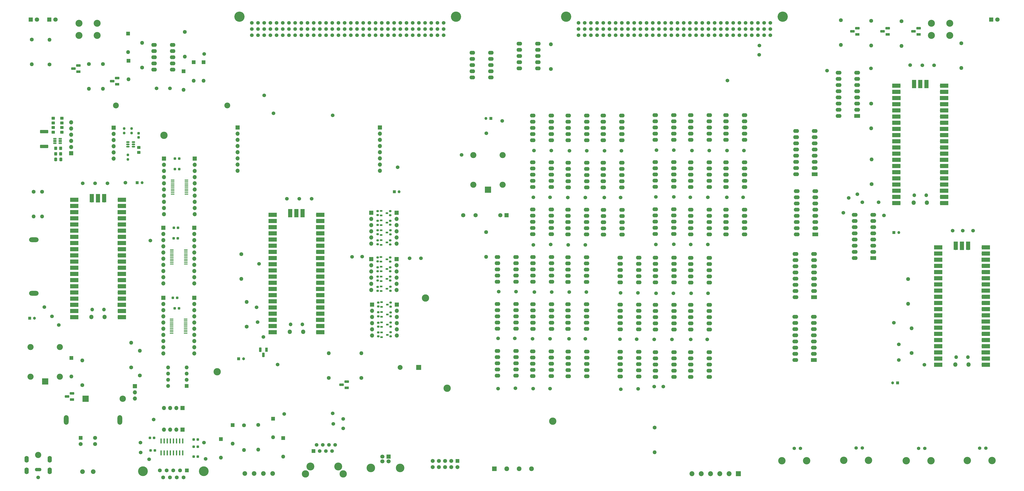
<source format=gts>
%TF.GenerationSoftware,KiCad,Pcbnew,7.0.5*%
%TF.CreationDate,2024-10-26T20:20:05-04:00*%
%TF.ProjectId,Interconnect,496e7465-7263-46f6-9e6e-6563742e6b69,1.1*%
%TF.SameCoordinates,Original*%
%TF.FileFunction,Soldermask,Top*%
%TF.FilePolarity,Negative*%
%FSLAX46Y46*%
G04 Gerber Fmt 4.6, Leading zero omitted, Abs format (unit mm)*
G04 Created by KiCad (PCBNEW 7.0.5) date 2024-10-26 20:20:05*
%MOMM*%
%LPD*%
G01*
G04 APERTURE LIST*
G04 Aperture macros list*
%AMRoundRect*
0 Rectangle with rounded corners*
0 $1 Rounding radius*
0 $2 $3 $4 $5 $6 $7 $8 $9 X,Y pos of 4 corners*
0 Add a 4 corners polygon primitive as box body*
4,1,4,$2,$3,$4,$5,$6,$7,$8,$9,$2,$3,0*
0 Add four circle primitives for the rounded corners*
1,1,$1+$1,$2,$3*
1,1,$1+$1,$4,$5*
1,1,$1+$1,$6,$7*
1,1,$1+$1,$8,$9*
0 Add four rect primitives between the rounded corners*
20,1,$1+$1,$2,$3,$4,$5,0*
20,1,$1+$1,$4,$5,$6,$7,0*
20,1,$1+$1,$6,$7,$8,$9,0*
20,1,$1+$1,$8,$9,$2,$3,0*%
G04 Aperture macros list end*
%ADD10RoundRect,0.200000X0.275000X-0.200000X0.275000X0.200000X-0.275000X0.200000X-0.275000X-0.200000X0*%
%ADD11R,1.650000X1.650000*%
%ADD12C,1.650000*%
%ADD13C,1.500000*%
%ADD14C,2.400000*%
%ADD15O,2.400000X2.400000*%
%ADD16R,1.000000X0.700000*%
%ADD17R,2.400000X1.600000*%
%ADD18O,2.400000X1.600000*%
%ADD19C,1.600000*%
%ADD20O,1.600000X1.600000*%
%ADD21O,2.300000X1.600000*%
%ADD22R,1.700000X1.700000*%
%ADD23O,1.700000X1.700000*%
%ADD24RoundRect,0.250000X-0.337500X-0.475000X0.337500X-0.475000X0.337500X0.475000X-0.337500X0.475000X0*%
%ADD25RoundRect,0.237500X0.237500X-0.250000X0.237500X0.250000X-0.237500X0.250000X-0.237500X-0.250000X0*%
%ADD26RoundRect,0.100000X-0.637500X-0.100000X0.637500X-0.100000X0.637500X0.100000X-0.637500X0.100000X0*%
%ADD27RoundRect,0.250000X0.350000X0.450000X-0.350000X0.450000X-0.350000X-0.450000X0.350000X-0.450000X0*%
%ADD28RoundRect,0.237500X-0.300000X-0.237500X0.300000X-0.237500X0.300000X0.237500X-0.300000X0.237500X0*%
%ADD29R,1.800000X1.100000*%
%ADD30RoundRect,0.275000X0.625000X-0.275000X0.625000X0.275000X-0.625000X0.275000X-0.625000X-0.275000X0*%
%ADD31R,2.025000X2.025000*%
%ADD32C,2.025000*%
%ADD33RoundRect,0.249999X1.425001X-0.450001X1.425001X0.450001X-1.425001X0.450001X-1.425001X-0.450001X0*%
%ADD34R,1.600000X1.600000*%
%ADD35C,3.000000*%
%ADD36R,1.200000X1.200000*%
%ADD37C,1.200000*%
%ADD38C,4.200000*%
%ADD39RoundRect,0.250000X-0.450000X0.350000X-0.450000X-0.350000X0.450000X-0.350000X0.450000X0.350000X0*%
%ADD40C,3.250000*%
%ADD41R,1.500000X1.500000*%
%ADD42RoundRect,0.200000X-0.275000X0.200000X-0.275000X-0.200000X0.275000X-0.200000X0.275000X0.200000X0*%
%ADD43R,2.500000X2.500000*%
%ADD44O,2.500000X2.500000*%
%ADD45C,4.000000*%
%ADD46RoundRect,0.237500X0.300000X0.237500X-0.300000X0.237500X-0.300000X-0.237500X0.300000X-0.237500X0*%
%ADD47O,1.800000X1.800000*%
%ADD48O,1.500000X1.500000*%
%ADD49R,3.500000X1.700000*%
%ADD50R,1.700000X3.500000*%
%ADD51RoundRect,0.150000X0.512500X0.150000X-0.512500X0.150000X-0.512500X-0.150000X0.512500X-0.150000X0*%
%ADD52RoundRect,0.237500X0.237500X-0.300000X0.237500X0.300000X-0.237500X0.300000X-0.237500X-0.300000X0*%
%ADD53RoundRect,0.041300X-0.253700X0.943700X-0.253700X-0.943700X0.253700X-0.943700X0.253700X0.943700X0*%
%ADD54C,1.905000*%
%ADD55C,1.700000*%
%ADD56C,3.500000*%
%ADD57O,3.900000X1.950000*%
%ADD58C,1.398000*%
%ADD59C,3.015000*%
%ADD60R,1.800000X1.800000*%
%ADD61C,1.800000*%
%ADD62R,2.600000X2.600000*%
%ADD63O,2.600000X2.600000*%
%ADD64C,1.900000*%
%ADD65C,2.850000*%
%ADD66C,2.550000*%
%ADD67O,2.700002X1.400000*%
%ADD68O,1.750000X2.750000*%
%ADD69R,1.950000X1.950000*%
%ADD70C,1.950000*%
%ADD71R,1.725000X1.725000*%
%ADD72C,1.725000*%
%ADD73O,1.950000X3.900000*%
%ADD74RoundRect,0.125000X-0.537500X-0.125000X0.537500X-0.125000X0.537500X0.125000X-0.537500X0.125000X0*%
%ADD75R,2.000000X2.000000*%
%ADD76C,2.000000*%
%ADD77R,1.100000X1.800000*%
%ADD78RoundRect,0.275000X0.275000X0.625000X-0.275000X0.625000X-0.275000X-0.625000X0.275000X-0.625000X0*%
G04 APERTURE END LIST*
D10*
%TO.C,R64*%
X146453000Y97295865D03*
X146453000Y98945865D03*
%TD*%
D11*
%TO.C,J26*%
X179240000Y8282500D03*
D12*
X179240000Y5742500D03*
X176700000Y8282500D03*
X176700000Y5742500D03*
X174160000Y8282500D03*
X174160000Y5742500D03*
X171620000Y8282500D03*
X171620000Y5742500D03*
X169080000Y8282500D03*
X169080000Y5742500D03*
%TD*%
D13*
%TO.C,TP41*%
X370929200Y47824000D03*
%TD*%
D14*
%TO.C,R29*%
X38990000Y154360000D03*
D15*
X84710000Y154360000D03*
%TD*%
D16*
%TO.C,Q30*%
X148028278Y65247120D03*
X148028278Y63347120D03*
X150428278Y64297120D03*
%TD*%
D13*
%TO.C,TP28*%
X97153744Y65318121D03*
%TD*%
D17*
%TO.C,U14*%
X343279000Y150071865D03*
D18*
X343279000Y152611865D03*
X343279000Y155151865D03*
X343279000Y157691865D03*
X343279000Y160231865D03*
X343279000Y162771865D03*
X343279000Y165311865D03*
X343279000Y167851865D03*
X335659000Y167851865D03*
X335659000Y165311865D03*
X335659000Y162771865D03*
X335659000Y160231865D03*
X335659000Y157691865D03*
X335659000Y155151865D03*
X335659000Y152611865D03*
X335659000Y150071865D03*
%TD*%
D19*
%TO.C,R35*%
X361552000Y189045865D03*
D20*
X361552000Y178885865D03*
%TD*%
D21*
%TO.C,K25*%
X217788000Y120835105D03*
X217788000Y123375105D03*
X217788000Y125915105D03*
X217788000Y128455105D03*
X217788000Y130995105D03*
X210168000Y130995105D03*
X210168000Y128455105D03*
X210168000Y125915105D03*
X210168000Y123375105D03*
X210168000Y120835105D03*
%TD*%
%TO.C,K38*%
X268103300Y42830105D03*
X268103300Y45370105D03*
X268103300Y47910105D03*
X268103300Y50450105D03*
X268103300Y52990105D03*
X260483300Y52990105D03*
X260483300Y50450105D03*
X260483300Y47910105D03*
X260483300Y45370105D03*
X260483300Y42830105D03*
%TD*%
D22*
%TO.C,J31*%
X38083000Y145230865D03*
D23*
X38083000Y142690865D03*
X38083000Y140150865D03*
X38083000Y137610865D03*
X38083000Y135070865D03*
X38083000Y132530865D03*
%TD*%
D22*
%TO.C,J32*%
X89010000Y145360000D03*
D23*
X89010000Y142820000D03*
X89010000Y140280000D03*
X89010000Y137740000D03*
X89010000Y135200000D03*
X89010000Y132660000D03*
X89010000Y130120000D03*
X89010000Y127580000D03*
%TD*%
D21*
%TO.C,K29*%
X232266000Y101350385D03*
X232266000Y103890385D03*
X232266000Y106430385D03*
X232266000Y108970385D03*
X232266000Y111510385D03*
X224646000Y111510385D03*
X224646000Y108970385D03*
X224646000Y106430385D03*
X224646000Y103890385D03*
X224646000Y101350385D03*
%TD*%
D24*
%TO.C,C15*%
X14294400Y132167715D03*
X16369400Y132167715D03*
%TD*%
D25*
%TO.C,R76*%
X45449000Y143048365D03*
X45449000Y144873365D03*
%TD*%
D26*
%TO.C,U8*%
X62271500Y123771865D03*
X62271500Y123121865D03*
X62271500Y122471865D03*
X62271500Y121821865D03*
X62271500Y121171865D03*
X62271500Y120521865D03*
X62271500Y119871865D03*
X62271500Y119221865D03*
X62271500Y118571865D03*
X62271500Y117921865D03*
X67996500Y117921865D03*
X67996500Y118571865D03*
X67996500Y119221865D03*
X67996500Y119871865D03*
X67996500Y120521865D03*
X67996500Y121171865D03*
X67996500Y121821865D03*
X67996500Y122471865D03*
X67996500Y123121865D03*
X67996500Y123771865D03*
%TD*%
D13*
%TO.C,TP119*%
X260028200Y58185065D03*
%TD*%
D27*
%TO.C,R73*%
X16310400Y134453715D03*
X14310400Y134453715D03*
%TD*%
D19*
%TO.C,R1*%
X365646000Y52650000D03*
D20*
X365646000Y62810000D03*
%TD*%
D13*
%TO.C,TP72*%
X61210000Y161380000D03*
%TD*%
D28*
%TO.C,C13*%
X70940982Y10072000D03*
X72665982Y10072000D03*
%TD*%
D29*
%TO.C,Q1*%
X23620000Y168280000D03*
D30*
X21550000Y169550000D03*
X23620000Y170820000D03*
%TD*%
D31*
%TO.C,J20*%
X294510000Y3000000D03*
D32*
X290700000Y3000000D03*
X286890000Y3000000D03*
X283080000Y3000000D03*
X279270000Y3000000D03*
X275460000Y3000000D03*
%TD*%
D19*
%TO.C,R15*%
X217560000Y169400000D03*
D20*
X217560000Y179560000D03*
%TD*%
D13*
%TO.C,TP116*%
X252789200Y58317545D03*
%TD*%
D33*
%TO.C,R77*%
X9595400Y137545465D03*
X9595400Y143645465D03*
%TD*%
D16*
%TO.C,Q33*%
X147868778Y79979120D03*
X147868778Y78079120D03*
X150268778Y79029120D03*
%TD*%
D19*
%TO.C,R2*%
X27960000Y171390000D03*
D20*
X27960000Y161230000D03*
%TD*%
D13*
%TO.C,TP2*%
X195918600Y58596945D03*
%TD*%
D34*
%TO.C,D23*%
X66785000Y168474000D03*
D20*
X66785000Y160854000D03*
%TD*%
D29*
%TO.C,Q24*%
X355835000Y183584865D03*
D30*
X353765000Y184854865D03*
X355835000Y186124865D03*
%TD*%
D13*
%TO.C,TP39*%
X114283000Y116020865D03*
%TD*%
%TO.C,TP106*%
X239505000Y116503465D03*
%TD*%
%TO.C,TP62*%
X282608800Y135878585D03*
%TD*%
D19*
%TO.C,R16*%
X349040000Y155160000D03*
D20*
X349040000Y145000000D03*
%TD*%
D13*
%TO.C,TP49*%
X382507000Y102942000D03*
%TD*%
D35*
%TO.C,TP86*%
X174963600Y38146600D03*
%TD*%
D13*
%TO.C,TP29*%
X12759200Y67686800D03*
%TD*%
D19*
%TO.C,R8*%
X45270000Y46730000D03*
D20*
X45270000Y56890000D03*
%TD*%
D13*
%TO.C,TP10*%
X210295000Y37968105D03*
%TD*%
D21*
%TO.C,K14*%
X282566300Y120841385D03*
X282566300Y123381385D03*
X282566300Y125921385D03*
X282566300Y128461385D03*
X282566300Y131001385D03*
X274946300Y131001385D03*
X274946300Y128461385D03*
X274946300Y125921385D03*
X274946300Y123381385D03*
X274946300Y120841385D03*
%TD*%
D13*
%TO.C,TP75*%
X180958000Y134054865D03*
%TD*%
D36*
%TO.C,C19*%
X89430401Y50234865D03*
D37*
X91430401Y50234865D03*
%TD*%
D13*
%TO.C,TP57*%
X260637800Y97230345D03*
%TD*%
D19*
%TO.C,R28*%
X67290000Y184650000D03*
D20*
X67290000Y174490000D03*
%TD*%
D13*
%TO.C,TP102*%
X232316800Y135739825D03*
%TD*%
%TO.C,TP34*%
X97743000Y89290865D03*
%TD*%
%TO.C,TP50*%
X365082600Y170988600D03*
%TD*%
D34*
%TO.C,D33*%
X107660000Y17680000D03*
D20*
X107660000Y10060000D03*
%TD*%
D13*
%TO.C,TP32*%
X105390000Y47860000D03*
%TD*%
%TO.C,J2*%
X228887800Y188334665D03*
X231427800Y188334665D03*
X233967800Y188334665D03*
X236507800Y188334665D03*
X239047800Y188334665D03*
X241587800Y188334665D03*
X244127800Y188334665D03*
X246667800Y188334665D03*
X249207800Y188334665D03*
X251747800Y188334665D03*
X254287800Y188334665D03*
X256827800Y188334665D03*
X259367800Y188334665D03*
X261907800Y188334665D03*
X264447800Y188334665D03*
X266987800Y188334665D03*
X269527800Y188334665D03*
X272067800Y188334665D03*
X274607800Y188334665D03*
X277147800Y188334665D03*
X279687800Y188334665D03*
X282227800Y188334665D03*
X284767800Y188334665D03*
X287307800Y188334665D03*
X289847800Y188334665D03*
X292387800Y188334665D03*
X294927800Y188334665D03*
X297467800Y188334665D03*
X300007800Y188334665D03*
X302547800Y188334665D03*
X305087800Y188334665D03*
X307627800Y188334665D03*
X228887800Y185794665D03*
X231427800Y185794665D03*
X233967800Y185794665D03*
X236507800Y185794665D03*
X239047800Y185794665D03*
X241587800Y185794665D03*
X244127800Y185794665D03*
X246667800Y185794665D03*
X249207800Y185794665D03*
X251747800Y185794665D03*
X254287800Y185794665D03*
X256827800Y185794665D03*
X259367800Y185794665D03*
X261907800Y185794665D03*
X264447800Y185794665D03*
X266987800Y185794665D03*
X269527800Y185794665D03*
X272067800Y185794665D03*
X274607800Y185794665D03*
X277147800Y185794665D03*
X279687800Y185794665D03*
X282227800Y185794665D03*
X284767800Y185794665D03*
X287307800Y185794665D03*
X289847800Y185794665D03*
X292387800Y185794665D03*
X294927800Y185794665D03*
X297467800Y185794665D03*
X300007800Y185794665D03*
X302547800Y185794665D03*
X305087800Y185794665D03*
X307627800Y185794665D03*
X228887800Y183254665D03*
X231427800Y183254665D03*
X233967800Y183254665D03*
X236507800Y183254665D03*
X239047800Y183254665D03*
X241587800Y183254665D03*
X244127800Y183254665D03*
X246667800Y183254665D03*
X249207800Y183254665D03*
X251747800Y183254665D03*
X254287800Y183254665D03*
X256827800Y183254665D03*
X259367800Y183254665D03*
X261907800Y183254665D03*
X264447800Y183254665D03*
X266987800Y183254665D03*
X269527800Y183254665D03*
X272067800Y183254665D03*
X274607800Y183254665D03*
X277147800Y183254665D03*
X279687800Y183254665D03*
X282227800Y183254665D03*
X284767800Y183254665D03*
X287307800Y183254665D03*
X289847800Y183254665D03*
X292387800Y183254665D03*
X294927800Y183254665D03*
X297467800Y183254665D03*
X300007800Y183254665D03*
X302547800Y183254665D03*
X305087800Y183254665D03*
X307627800Y183254665D03*
D38*
X223807800Y190874665D03*
X312707800Y190874665D03*
%TD*%
D39*
%TO.C,R82*%
X13278400Y149169715D03*
X13278400Y147169715D03*
%TD*%
D21*
%TO.C,K9*%
X232281000Y43028585D03*
X232281000Y45568585D03*
X232281000Y48108585D03*
X232281000Y50648585D03*
X232281000Y53188585D03*
X224661000Y53188585D03*
X224661000Y50648585D03*
X224661000Y48108585D03*
X224661000Y45568585D03*
X224661000Y43028585D03*
%TD*%
D22*
%TO.C,J12*%
X154308278Y72552120D03*
D23*
X154308278Y70012120D03*
X154308278Y67472120D03*
X154308278Y64932120D03*
X154308278Y62392120D03*
X154308278Y59852120D03*
%TD*%
D13*
%TO.C,TP84*%
X75823482Y9142000D03*
%TD*%
%TO.C,TP40*%
X119363000Y116020865D03*
%TD*%
%TO.C,TP9*%
X210015600Y58464465D03*
%TD*%
D34*
%TO.C,D32*%
X103536000Y25610000D03*
D20*
X103536000Y17990000D03*
%TD*%
D21*
%TO.C,K32*%
X246760600Y101284385D03*
X246760600Y103824385D03*
X246760600Y106364385D03*
X246760600Y108904385D03*
X246760600Y111444385D03*
X239140600Y111444385D03*
X239140600Y108904385D03*
X239140600Y106364385D03*
X239140600Y103824385D03*
X239140600Y101284385D03*
%TD*%
D35*
%TO.C,TP88*%
X58733200Y142083400D03*
%TD*%
D19*
%TO.C,R6*%
X4510000Y181470000D03*
D20*
X4510000Y171310000D03*
%TD*%
D19*
%TO.C,R14*%
X364240000Y83030000D03*
D20*
X364240000Y72870000D03*
%TD*%
D40*
%TO.C,J24*%
X118855000Y5989000D03*
X130285000Y5989000D03*
D41*
X120125000Y12339000D03*
D13*
X121395000Y14879000D03*
X122665000Y12339000D03*
X123935000Y14879000D03*
X125205000Y12339000D03*
X126475000Y14879000D03*
X127745000Y12339000D03*
X129015000Y14879000D03*
D35*
X116800000Y2939000D03*
X132340000Y2939000D03*
%TD*%
D36*
%TO.C,C18*%
X47759000Y122624865D03*
D37*
X49759000Y122624865D03*
%TD*%
D42*
%TO.C,R45*%
X151663000Y91875865D03*
X151663000Y90225865D03*
%TD*%
D16*
%TO.C,Q26*%
X148028278Y73502120D03*
X148028278Y71602120D03*
X150428278Y72552120D03*
%TD*%
D13*
%TO.C,TP19*%
X135960000Y92130000D03*
%TD*%
D10*
%TO.C,R46*%
X146683000Y67695865D03*
X146683000Y69345865D03*
%TD*%
%TO.C,R50*%
X146683000Y63455865D03*
X146683000Y65105865D03*
%TD*%
D36*
%TO.C,C20*%
X153277401Y118920000D03*
D37*
X155277401Y118920000D03*
%TD*%
D16*
%TO.C,Q27*%
X147853000Y92070865D03*
X147853000Y90170865D03*
X150253000Y91120865D03*
%TD*%
D13*
%TO.C,TP93*%
X225204800Y135739825D03*
%TD*%
%TO.C,TP127*%
X303132000Y175202865D03*
%TD*%
D43*
%TO.C,K21*%
X191783000Y119800865D03*
D44*
X197783000Y121800865D03*
X197783000Y134000865D03*
X185783000Y134000865D03*
X185783000Y121800865D03*
%TD*%
D21*
%TO.C,K40*%
X282589600Y62248345D03*
X282589600Y64788345D03*
X282589600Y67328345D03*
X282589600Y69868345D03*
X282589600Y72408345D03*
X274969600Y72408345D03*
X274969600Y69868345D03*
X274969600Y67328345D03*
X274969600Y64788345D03*
X274969600Y62248345D03*
%TD*%
D34*
%TO.C,D31*%
X82073000Y17228000D03*
D20*
X82073000Y9608000D03*
%TD*%
D13*
%TO.C,TP130*%
X354313000Y109162865D03*
%TD*%
D21*
%TO.C,K36*%
X268103300Y81666585D03*
X268103300Y84206585D03*
X268103300Y86746585D03*
X268103300Y89286585D03*
X268103300Y91826585D03*
X260483300Y91826585D03*
X260483300Y89286585D03*
X260483300Y86746585D03*
X260483300Y84206585D03*
X260483300Y81666585D03*
%TD*%
D10*
%TO.C,R48*%
X146453000Y86225865D03*
X146453000Y87875865D03*
%TD*%
D34*
%TO.C,D1*%
X20760200Y50567200D03*
D20*
X20760200Y42947200D03*
%TD*%
D28*
%TO.C,C11*%
X53260982Y12612000D03*
X54985982Y12612000D03*
%TD*%
D39*
%TO.C,R80*%
X48446200Y137112265D03*
X48446200Y135112265D03*
%TD*%
D13*
%TO.C,TP30*%
X96757000Y71443865D03*
%TD*%
%TO.C,J1*%
X94852000Y188334665D03*
X97392000Y188334665D03*
X99932000Y188334665D03*
X102472000Y188334665D03*
X105012000Y188334665D03*
X107552000Y188334665D03*
X110092000Y188334665D03*
X112632000Y188334665D03*
X115172000Y188334665D03*
X117712000Y188334665D03*
X120252000Y188334665D03*
X122792000Y188334665D03*
X125332000Y188334665D03*
X127872000Y188334665D03*
X130412000Y188334665D03*
X132952000Y188334665D03*
X135492000Y188334665D03*
X138032000Y188334665D03*
X140572000Y188334665D03*
X143112000Y188334665D03*
X145652000Y188334665D03*
X148192000Y188334665D03*
X150732000Y188334665D03*
X153272000Y188334665D03*
X155812000Y188334665D03*
X158352000Y188334665D03*
X160892000Y188334665D03*
X163432000Y188334665D03*
X165972000Y188334665D03*
X168512000Y188334665D03*
X171052000Y188334665D03*
X173592000Y188334665D03*
X94852000Y185794665D03*
X97392000Y185794665D03*
X99932000Y185794665D03*
X102472000Y185794665D03*
X105012000Y185794665D03*
X107552000Y185794665D03*
X110092000Y185794665D03*
X112632000Y185794665D03*
X115172000Y185794665D03*
X117712000Y185794665D03*
X120252000Y185794665D03*
X122792000Y185794665D03*
X125332000Y185794665D03*
X127872000Y185794665D03*
X130412000Y185794665D03*
X132952000Y185794665D03*
X135492000Y185794665D03*
X138032000Y185794665D03*
X140572000Y185794665D03*
X143112000Y185794665D03*
X145652000Y185794665D03*
X148192000Y185794665D03*
X150732000Y185794665D03*
X153272000Y185794665D03*
X155812000Y185794665D03*
X158352000Y185794665D03*
X160892000Y185794665D03*
X163432000Y185794665D03*
X165972000Y185794665D03*
X168512000Y185794665D03*
X171052000Y185794665D03*
X173592000Y185794665D03*
X94852000Y183254665D03*
X97392000Y183254665D03*
X99932000Y183254665D03*
X102472000Y183254665D03*
X105012000Y183254665D03*
X107552000Y183254665D03*
X110092000Y183254665D03*
X112632000Y183254665D03*
X115172000Y183254665D03*
X117712000Y183254665D03*
X120252000Y183254665D03*
X122792000Y183254665D03*
X125332000Y183254665D03*
X127872000Y183254665D03*
X130412000Y183254665D03*
X132952000Y183254665D03*
X135492000Y183254665D03*
X138032000Y183254665D03*
X140572000Y183254665D03*
X143112000Y183254665D03*
X145652000Y183254665D03*
X148192000Y183254665D03*
X150732000Y183254665D03*
X153272000Y183254665D03*
X155812000Y183254665D03*
X158352000Y183254665D03*
X160892000Y183254665D03*
X163432000Y183254665D03*
X165972000Y183254665D03*
X168512000Y183254665D03*
X171052000Y183254665D03*
X173592000Y183254665D03*
D38*
X89772000Y190874665D03*
X178672000Y190874665D03*
%TD*%
D13*
%TO.C,TP76*%
X140110000Y92280000D03*
%TD*%
D34*
%TO.C,D19*%
X44179000Y172789865D03*
D20*
X44179000Y165169865D03*
%TD*%
D10*
%TO.C,R44*%
X146453000Y90275865D03*
X146453000Y91925865D03*
%TD*%
D13*
%TO.C,TP25*%
X164260000Y91530000D03*
%TD*%
%TO.C,TP27*%
X15527800Y64156200D03*
%TD*%
D22*
%TO.C,J14*%
X154275778Y91221120D03*
D23*
X154275778Y88681120D03*
X154275778Y86141120D03*
X154275778Y83601120D03*
X154275778Y81061120D03*
X154275778Y78521120D03*
%TD*%
D13*
%TO.C,TP91*%
X210345800Y97091585D03*
%TD*%
%TO.C,TP43*%
X360409000Y49729000D03*
%TD*%
D22*
%TO.C,J6*%
X71149000Y75297365D03*
D23*
X71149000Y72757365D03*
X71149000Y70217365D03*
X71149000Y67677365D03*
X71149000Y65137365D03*
X71149000Y62597365D03*
X71149000Y60057365D03*
X71149000Y57517365D03*
X71149000Y54977365D03*
X71149000Y52437365D03*
%TD*%
D29*
%TO.C,Q22*%
X368535000Y183584865D03*
D30*
X366465000Y184854865D03*
X368535000Y186124865D03*
%TD*%
D21*
%TO.C,K4*%
X217796300Y81915585D03*
X217796300Y84455585D03*
X217796300Y86995585D03*
X217796300Y89535585D03*
X217796300Y92075585D03*
X210176300Y92075585D03*
X210176300Y89535585D03*
X210176300Y86995585D03*
X210176300Y84455585D03*
X210176300Y81915585D03*
%TD*%
D16*
%TO.C,Q31*%
X147868778Y84043120D03*
X147868778Y82143120D03*
X150268778Y83093120D03*
%TD*%
D45*
%TO.C,J28*%
X50091000Y4052331D03*
X75091000Y4052331D03*
D34*
X68131000Y4352331D03*
D19*
X65361000Y4352331D03*
X62591000Y4352331D03*
X59821000Y4352331D03*
X57051000Y4352331D03*
X66746000Y1512331D03*
X63976000Y1512331D03*
X61206000Y1512331D03*
X58436000Y1512331D03*
%TD*%
D13*
%TO.C,TP118*%
X267902200Y77209665D03*
%TD*%
%TO.C,TP58*%
X275496800Y135878585D03*
%TD*%
D28*
%TO.C,C10*%
X70923482Y17082000D03*
X72648482Y17082000D03*
%TD*%
D16*
%TO.C,Q28*%
X148028278Y69438120D03*
X148028278Y67538120D03*
X150428278Y68488120D03*
%TD*%
D19*
%TO.C,R4*%
X260143000Y21930865D03*
D20*
X260143000Y11770865D03*
%TD*%
D19*
%TO.C,R10*%
X92693000Y63442865D03*
D20*
X92693000Y73602865D03*
%TD*%
D46*
%TO.C,C6*%
X64514500Y104078865D03*
X62789500Y104078865D03*
%TD*%
D28*
%TO.C,C3*%
X63174500Y70984365D03*
X64899500Y70984365D03*
%TD*%
D22*
%TO.C,J34*%
X66353000Y30035000D03*
D23*
X63813000Y30035000D03*
X61273000Y30035000D03*
X58733000Y30035000D03*
%TD*%
D19*
%TO.C,R18*%
X386037600Y179954800D03*
D20*
X386037600Y169794800D03*
%TD*%
D21*
%TO.C,K6*%
X217788000Y43145105D03*
X217788000Y45685105D03*
X217788000Y48225105D03*
X217788000Y50765105D03*
X217788000Y53305105D03*
X210168000Y53305105D03*
X210168000Y50765105D03*
X210168000Y48225105D03*
X210168000Y45685105D03*
X210168000Y43145105D03*
%TD*%
D10*
%TO.C,R63*%
X151673000Y101425865D03*
X151673000Y103075865D03*
%TD*%
D13*
%TO.C,TP128*%
X348979000Y169617000D03*
%TD*%
D21*
%TO.C,K7*%
X232266000Y81857865D03*
X232266000Y84397865D03*
X232266000Y86937865D03*
X232266000Y89477865D03*
X232266000Y92017865D03*
X224646000Y92017865D03*
X224646000Y89477865D03*
X224646000Y86937865D03*
X224646000Y84397865D03*
X224646000Y81857865D03*
%TD*%
D13*
%TO.C,TP94*%
X75154000Y15790000D03*
%TD*%
D21*
%TO.C,K20*%
X212264500Y169619865D03*
X212264500Y172159865D03*
X212264500Y174699865D03*
X212264500Y177239865D03*
X212264500Y179779865D03*
X204644500Y179779865D03*
X204644500Y177239865D03*
X204644500Y174699865D03*
X204644500Y172159865D03*
X204644500Y169619865D03*
%TD*%
D46*
%TO.C,C4*%
X64137500Y75302365D03*
X62412500Y75302365D03*
%TD*%
D47*
%TO.C,U2*%
X34402200Y67468865D03*
D48*
X34102200Y70498865D03*
X29252200Y70498865D03*
D47*
X28952200Y67468865D03*
D23*
X40567200Y67338865D03*
D49*
X41467200Y67338865D03*
D23*
X40567200Y69878865D03*
D49*
X41467200Y69878865D03*
D22*
X40567200Y72418865D03*
D49*
X41467200Y72418865D03*
D23*
X40567200Y74958865D03*
D49*
X41467200Y74958865D03*
D23*
X40567200Y77498865D03*
D49*
X41467200Y77498865D03*
D23*
X40567200Y80038865D03*
D49*
X41467200Y80038865D03*
D23*
X40567200Y82578865D03*
D49*
X41467200Y82578865D03*
D22*
X40567200Y85118865D03*
D49*
X41467200Y85118865D03*
D23*
X40567200Y87658865D03*
D49*
X41467200Y87658865D03*
D23*
X40567200Y90198865D03*
D49*
X41467200Y90198865D03*
D23*
X40567200Y92738865D03*
D49*
X41467200Y92738865D03*
D23*
X40567200Y95278865D03*
D49*
X41467200Y95278865D03*
D22*
X40567200Y97818865D03*
D49*
X41467200Y97818865D03*
D23*
X40567200Y100358865D03*
D49*
X41467200Y100358865D03*
D23*
X40567200Y102898865D03*
D49*
X41467200Y102898865D03*
D23*
X40567200Y105438865D03*
D49*
X41467200Y105438865D03*
D23*
X40567200Y107978865D03*
D49*
X41467200Y107978865D03*
D22*
X40567200Y110518865D03*
D49*
X41467200Y110518865D03*
D23*
X40567200Y113058865D03*
D49*
X41467200Y113058865D03*
D23*
X40567200Y115598865D03*
D49*
X41467200Y115598865D03*
D23*
X22787200Y115598865D03*
D49*
X21887200Y115598865D03*
D23*
X22787200Y113058865D03*
D49*
X21887200Y113058865D03*
D22*
X22787200Y110518865D03*
D49*
X21887200Y110518865D03*
D23*
X22787200Y107978865D03*
D49*
X21887200Y107978865D03*
D23*
X22787200Y105438865D03*
D49*
X21887200Y105438865D03*
D23*
X22787200Y102898865D03*
D49*
X21887200Y102898865D03*
D23*
X22787200Y100358865D03*
D49*
X21887200Y100358865D03*
D22*
X22787200Y97818865D03*
D49*
X21887200Y97818865D03*
D23*
X22787200Y95278865D03*
D49*
X21887200Y95278865D03*
D23*
X22787200Y92738865D03*
D49*
X21887200Y92738865D03*
D23*
X22787200Y90198865D03*
D49*
X21887200Y90198865D03*
D23*
X22787200Y87658865D03*
D49*
X21887200Y87658865D03*
D22*
X22787200Y85118865D03*
D49*
X21887200Y85118865D03*
D23*
X22787200Y82578865D03*
D49*
X21887200Y82578865D03*
D23*
X22787200Y80038865D03*
D49*
X21887200Y80038865D03*
D23*
X22787200Y77498865D03*
D49*
X21887200Y77498865D03*
D23*
X22787200Y74958865D03*
D49*
X21887200Y74958865D03*
D22*
X22787200Y72418865D03*
D49*
X21887200Y72418865D03*
D23*
X22787200Y69878865D03*
D49*
X21887200Y69878865D03*
D23*
X22787200Y67338865D03*
D49*
X21887200Y67338865D03*
D23*
X34217200Y115368865D03*
D50*
X34217200Y116268865D03*
D22*
X31677200Y115368865D03*
D50*
X31677200Y116268865D03*
D23*
X29137200Y115368865D03*
D50*
X29137200Y116268865D03*
%TD*%
D19*
%TO.C,R31*%
X336660000Y189426865D03*
D20*
X336660000Y179266865D03*
%TD*%
D13*
%TO.C,TP13*%
X217254600Y58464465D03*
%TD*%
D51*
%TO.C,U11*%
X46200000Y137422865D03*
X46200000Y138372865D03*
X46200000Y139322865D03*
X43925000Y139322865D03*
X43925000Y138372865D03*
X43925000Y137422865D03*
%TD*%
D21*
%TO.C,K28*%
X232274300Y120702625D03*
X232274300Y123242625D03*
X232274300Y125782625D03*
X232274300Y128322625D03*
X232274300Y130862625D03*
X224654300Y130862625D03*
X224654300Y128322625D03*
X224654300Y125782625D03*
X224654300Y123242625D03*
X224654300Y120702625D03*
%TD*%
%TO.C,K2*%
X203310000Y62629825D03*
X203310000Y65169825D03*
X203310000Y67709825D03*
X203310000Y70249825D03*
X203310000Y72789825D03*
X195690000Y72789825D03*
X195690000Y70249825D03*
X195690000Y67709825D03*
X195690000Y65169825D03*
X195690000Y62629825D03*
%TD*%
D34*
%TO.C,D20*%
X44020000Y183950000D03*
D20*
X44020000Y176330000D03*
%TD*%
D13*
%TO.C,TP3*%
X195944000Y37973585D03*
%TD*%
D52*
%TO.C,C14*%
X48344600Y141269565D03*
X48344600Y142994565D03*
%TD*%
D10*
%TO.C,R55*%
X151763000Y59500865D03*
X151763000Y61150865D03*
%TD*%
D13*
%TO.C,TP131*%
X337676000Y110305865D03*
%TD*%
D22*
%TO.C,J15*%
X143856022Y110242865D03*
D23*
X143856022Y107702865D03*
X143856022Y105162865D03*
X143856022Y102622865D03*
X143856022Y100082865D03*
X143856022Y97542865D03*
%TD*%
D13*
%TO.C,TP99*%
X217457800Y97218585D03*
%TD*%
D19*
%TO.C,R7*%
X25250000Y39420000D03*
D20*
X25250000Y49580000D03*
%TD*%
D13*
%TO.C,TP48*%
X339835000Y116401865D03*
%TD*%
%TO.C,TP15*%
X232113600Y77692265D03*
%TD*%
%TO.C,TP80*%
X132336480Y25533020D03*
%TD*%
%TO.C,TP98*%
X49139000Y11718331D03*
%TD*%
D21*
%TO.C,K16*%
X297052600Y140259625D03*
X297052600Y142799625D03*
X297052600Y145339625D03*
X297052600Y147879625D03*
X297052600Y150419625D03*
X289432600Y150419625D03*
X289432600Y147879625D03*
X289432600Y145339625D03*
X289432600Y142799625D03*
X289432600Y140259625D03*
%TD*%
D13*
%TO.C,TP60*%
X268080000Y116774705D03*
%TD*%
D21*
%TO.C,K5*%
X217796300Y62497345D03*
X217796300Y65037345D03*
X217796300Y67577345D03*
X217796300Y70117345D03*
X217796300Y72657345D03*
X210176300Y72657345D03*
X210176300Y70117345D03*
X210176300Y67577345D03*
X210176300Y65037345D03*
X210176300Y62497345D03*
%TD*%
D19*
%TO.C,R5*%
X33700000Y171390000D03*
D20*
X33700000Y161230000D03*
%TD*%
D29*
%TO.C,Q19*%
X343410000Y183584865D03*
D30*
X341340000Y184854865D03*
X343410000Y186124865D03*
%TD*%
D19*
%TO.C,R3*%
X126400000Y42400000D03*
D20*
X126400000Y52560000D03*
%TD*%
D21*
%TO.C,K12*%
X268080000Y101555625D03*
X268080000Y104095625D03*
X268080000Y106635625D03*
X268080000Y109175625D03*
X268080000Y111715625D03*
X260460000Y111715625D03*
X260460000Y109175625D03*
X260460000Y106635625D03*
X260460000Y104095625D03*
X260460000Y101555625D03*
%TD*%
%TO.C,K22*%
X192960500Y165936865D03*
X192960500Y168476865D03*
X192960500Y171016865D03*
X192960500Y173556865D03*
X192960500Y176096865D03*
X185340500Y176096865D03*
X185340500Y173556865D03*
X185340500Y171016865D03*
X185340500Y168476865D03*
X185340500Y165936865D03*
%TD*%
D13*
%TO.C,TP37*%
X109203000Y116020865D03*
%TD*%
D42*
%TO.C,R49*%
X151663000Y87865865D03*
X151663000Y86215865D03*
%TD*%
D13*
%TO.C,TP104*%
X224696800Y97086105D03*
%TD*%
D53*
%TO.C,U9*%
X66480000Y16479331D03*
X65210000Y16479331D03*
X63940000Y16479331D03*
X62670000Y16479331D03*
X61400000Y16479331D03*
X60130000Y16479331D03*
X58860000Y16479331D03*
X57590000Y16479331D03*
X57590000Y11529331D03*
X58860000Y11529331D03*
X60130000Y11529331D03*
X61400000Y11529331D03*
X62670000Y11529331D03*
X63940000Y11529331D03*
X65210000Y11529331D03*
X66480000Y11529331D03*
%TD*%
D36*
%TO.C,C17*%
X192910000Y149030000D03*
D37*
X190910000Y149030000D03*
%TD*%
D13*
%TO.C,TP5*%
X203284600Y77824745D03*
%TD*%
%TO.C,TP65*%
X289847800Y135883665D03*
%TD*%
D21*
%TO.C,K3*%
X203310000Y43302105D03*
X203310000Y45842105D03*
X203310000Y48382105D03*
X203310000Y50922105D03*
X203310000Y53462105D03*
X195690000Y53462105D03*
X195690000Y50922105D03*
X195690000Y48382105D03*
X195690000Y45842105D03*
X195690000Y43302105D03*
%TD*%
D13*
%TO.C,TP18*%
X127999000Y150310865D03*
%TD*%
%TO.C,TP92*%
X49060000Y15780000D03*
%TD*%
%TO.C,TP100*%
X154690000Y129010000D03*
%TD*%
%TO.C,TP123*%
X267267200Y58185065D03*
%TD*%
D17*
%TO.C,U15*%
X349883000Y91651865D03*
D18*
X349883000Y94191865D03*
X349883000Y96731865D03*
X349883000Y99271865D03*
X349883000Y101811865D03*
X349883000Y104351865D03*
X349883000Y106891865D03*
X349883000Y109431865D03*
X342263000Y109431865D03*
X342263000Y106891865D03*
X342263000Y104351865D03*
X342263000Y101811865D03*
X342263000Y99271865D03*
X342263000Y96731865D03*
X342263000Y94191865D03*
X342263000Y91651865D03*
%TD*%
D13*
%TO.C,TP129*%
X330945000Y168725865D03*
%TD*%
%TO.C,TP83*%
X75294000Y175586000D03*
%TD*%
D22*
%TO.C,J9*%
X58784000Y132530865D03*
D23*
X58784000Y129990865D03*
X58784000Y127450865D03*
X58784000Y124910865D03*
X58784000Y122370865D03*
X58784000Y119830865D03*
X58784000Y117290865D03*
X58784000Y114750865D03*
X58784000Y112210865D03*
X58784000Y109670865D03*
%TD*%
D54*
%TO.C,J23*%
X91897000Y3047000D03*
X95707000Y3047000D03*
X99517000Y3047000D03*
X103327000Y3047000D03*
%TD*%
D21*
%TO.C,K19*%
X62277500Y169111865D03*
X62277500Y171651865D03*
X62277500Y174191865D03*
X62277500Y176731865D03*
X62277500Y179271865D03*
X54657500Y179271865D03*
X54657500Y176731865D03*
X54657500Y174191865D03*
X54657500Y171651865D03*
X54657500Y169111865D03*
%TD*%
D13*
%TO.C,TP96*%
X217280000Y116635945D03*
%TD*%
D19*
%TO.C,R11*%
X90460000Y93287865D03*
D20*
X90460000Y83127865D03*
%TD*%
D21*
%TO.C,K1*%
X203310000Y81915585D03*
X203310000Y84455585D03*
X203310000Y86995585D03*
X203310000Y89535585D03*
X203310000Y92075585D03*
X195690000Y92075585D03*
X195690000Y89535585D03*
X195690000Y86995585D03*
X195690000Y84455585D03*
X195690000Y81915585D03*
%TD*%
D19*
%TO.C,R69*%
X11794000Y171265865D03*
D20*
X11794000Y181425865D03*
%TD*%
D26*
%TO.C,U6*%
X61878020Y66607246D03*
X61878020Y65957246D03*
X61878020Y65307246D03*
X61878020Y64657246D03*
X61878020Y64007246D03*
X61878020Y63357246D03*
X61878020Y62707246D03*
X61878020Y62057246D03*
X61878020Y61407246D03*
X61878020Y60757246D03*
X67603020Y60757246D03*
X67603020Y61407246D03*
X67603020Y62057246D03*
X67603020Y62707246D03*
X67603020Y63357246D03*
X67603020Y64007246D03*
X67603020Y64657246D03*
X67603020Y65307246D03*
X67603020Y65957246D03*
X67603020Y66607246D03*
%TD*%
D13*
%TO.C,TP26*%
X99551000Y59251865D03*
%TD*%
D21*
%TO.C,K39*%
X282573000Y81608865D03*
X282573000Y84148865D03*
X282573000Y86688865D03*
X282573000Y89228865D03*
X282573000Y91768865D03*
X274953000Y91768865D03*
X274953000Y89228865D03*
X274953000Y86688865D03*
X274953000Y84148865D03*
X274953000Y81608865D03*
%TD*%
D22*
%TO.C,J33*%
X147430000Y145360000D03*
D23*
X147430000Y142820000D03*
X147430000Y140280000D03*
X147430000Y137740000D03*
X147430000Y135200000D03*
X147430000Y132660000D03*
X147430000Y130120000D03*
X147430000Y127580000D03*
%TD*%
D13*
%TO.C,TP78*%
X132336480Y21596020D03*
%TD*%
D22*
%TO.C,J25*%
X150940000Y10047500D03*
D55*
X148440000Y10047500D03*
X148440000Y8047500D03*
X150940000Y8047500D03*
D56*
X155710000Y5337500D03*
X143670000Y5337500D03*
%TD*%
D13*
%TO.C,TP66*%
X289797000Y116642225D03*
%TD*%
D21*
%TO.C,K37*%
X268103300Y62248345D03*
X268103300Y64788345D03*
X268103300Y67328345D03*
X268103300Y69868345D03*
X268103300Y72408345D03*
X260483300Y72408345D03*
X260483300Y69868345D03*
X260483300Y67328345D03*
X260483300Y64788345D03*
X260483300Y62248345D03*
%TD*%
D57*
%TO.C,F2*%
X5291600Y77157400D03*
X5291600Y99157400D03*
%TD*%
D21*
%TO.C,K35*%
X253617000Y43000865D03*
X253617000Y45540865D03*
X253617000Y48080865D03*
X253617000Y50620865D03*
X253617000Y53160865D03*
X245997000Y53160865D03*
X245997000Y50620865D03*
X245997000Y48080865D03*
X245997000Y45540865D03*
X245997000Y43000865D03*
%TD*%
D28*
%TO.C,C5*%
X62689000Y99760865D03*
X64414000Y99760865D03*
%TD*%
D25*
%TO.C,R83*%
X43925000Y132229865D03*
X43925000Y134054865D03*
%TD*%
D13*
%TO.C,TP122*%
X275014200Y58185065D03*
%TD*%
D21*
%TO.C,K30*%
X246744000Y140063145D03*
X246744000Y142603145D03*
X246744000Y145143145D03*
X246744000Y147683145D03*
X246744000Y150223145D03*
X239124000Y150223145D03*
X239124000Y147683145D03*
X239124000Y145143145D03*
X239124000Y142603145D03*
X239124000Y140063145D03*
%TD*%
%TO.C,K24*%
X217788000Y140120865D03*
X217788000Y142660865D03*
X217788000Y145200865D03*
X217788000Y147740865D03*
X217788000Y150280865D03*
X210168000Y150280865D03*
X210168000Y147740865D03*
X210168000Y145200865D03*
X210168000Y142660865D03*
X210168000Y140120865D03*
%TD*%
D13*
%TO.C,TP89*%
X210599800Y135872305D03*
%TD*%
%TO.C,TP6*%
X202776600Y58596945D03*
%TD*%
D58*
%TO.C,J19*%
X368540000Y13450000D03*
X371080000Y13450000D03*
D59*
X363460000Y8370000D03*
X373620000Y8370000D03*
%TD*%
D22*
%TO.C,J10*%
X71359000Y132530865D03*
D23*
X71359000Y129990865D03*
X71359000Y127450865D03*
X71359000Y124910865D03*
X71359000Y122370865D03*
X71359000Y119830865D03*
X71359000Y117290865D03*
X71359000Y114750865D03*
X71359000Y112210865D03*
X71359000Y109670865D03*
%TD*%
D25*
%TO.C,R75*%
X42401000Y143048365D03*
X42401000Y144873365D03*
%TD*%
D21*
%TO.C,K34*%
X253617000Y62380825D03*
X253617000Y64920825D03*
X253617000Y67460825D03*
X253617000Y70000825D03*
X253617000Y72540825D03*
X245997000Y72540825D03*
X245997000Y70000825D03*
X245997000Y67460825D03*
X245997000Y64920825D03*
X245997000Y62380825D03*
%TD*%
D13*
%TO.C,TP46*%
X343391000Y117928000D03*
%TD*%
D21*
%TO.C,K31*%
X246744000Y120714385D03*
X246744000Y123254385D03*
X246744000Y125794385D03*
X246744000Y128334385D03*
X246744000Y130874385D03*
X239124000Y130874385D03*
X239124000Y128334385D03*
X239124000Y125794385D03*
X239124000Y123254385D03*
X239124000Y120714385D03*
%TD*%
D13*
%TO.C,TP74*%
X191118000Y142944865D03*
%TD*%
%TO.C,TP7*%
X203056000Y38100585D03*
%TD*%
D60*
%TO.C,D37*%
X398383000Y189680865D03*
D61*
X400923000Y189680865D03*
%TD*%
D13*
%TO.C,TP55*%
X260891800Y136011065D03*
%TD*%
D27*
%TO.C,R74*%
X16310400Y136739715D03*
X14310400Y136739715D03*
%TD*%
D22*
%TO.C,J5*%
X58449000Y75297365D03*
D23*
X58449000Y72757365D03*
X58449000Y70217365D03*
X58449000Y67677365D03*
X58449000Y65137365D03*
X58449000Y62597365D03*
X58449000Y60057365D03*
X58449000Y57517365D03*
X58449000Y54977365D03*
X58449000Y52437365D03*
%TD*%
D13*
%TO.C,TP4*%
X210777600Y77692265D03*
%TD*%
D21*
%TO.C,K11*%
X268080000Y120973865D03*
X268080000Y123513865D03*
X268080000Y126053865D03*
X268080000Y128593865D03*
X268080000Y131133865D03*
X260460000Y131133865D03*
X260460000Y128593865D03*
X260460000Y126053865D03*
X260460000Y123513865D03*
X260460000Y120973865D03*
%TD*%
D36*
%TO.C,C16*%
X3588400Y66924800D03*
D37*
X5588400Y66924800D03*
%TD*%
D13*
%TO.C,TP35*%
X25383000Y122370865D03*
%TD*%
%TO.C,TP111*%
X246185200Y77342145D03*
%TD*%
D60*
%TO.C,D35*%
X4042000Y189680865D03*
D61*
X6582000Y189680865D03*
%TD*%
D29*
%TO.C,Q5*%
X21007800Y33473000D03*
D30*
X18937800Y34743000D03*
X21007800Y36013000D03*
%TD*%
D62*
%TO.C,D34*%
X26560000Y33800000D03*
D63*
X41800000Y33800000D03*
%TD*%
D10*
%TO.C,R62*%
X146443000Y101435865D03*
X146443000Y103085865D03*
%TD*%
D13*
%TO.C,TP68*%
X281973800Y97224865D03*
%TD*%
D58*
%TO.C,J18*%
X342880000Y13600000D03*
X345420000Y13600000D03*
D59*
X337800000Y8520000D03*
X347960000Y8520000D03*
%TD*%
D10*
%TO.C,R58*%
X146473000Y109335865D03*
X146473000Y110985865D03*
%TD*%
D19*
%TO.C,R67*%
X97440000Y23070000D03*
D20*
X97440000Y12910000D03*
%TD*%
D16*
%TO.C,Q35*%
X147863022Y107128865D03*
X147863022Y105228865D03*
X150263022Y106178865D03*
%TD*%
D13*
%TO.C,TP126*%
X281745200Y58185065D03*
%TD*%
D19*
%TO.C,R9*%
X48810000Y43360000D03*
D20*
X48810000Y53520000D03*
%TD*%
D10*
%TO.C,R52*%
X146443000Y82405865D03*
X146443000Y84055865D03*
%TD*%
D13*
%TO.C,TP56*%
X260714000Y116774705D03*
%TD*%
D10*
%TO.C,R54*%
X146683000Y59455865D03*
X146683000Y61105865D03*
%TD*%
D19*
%TO.C,R66*%
X91598000Y22943000D03*
D20*
X91598000Y12783000D03*
%TD*%
D13*
%TO.C,TP70*%
X296528000Y116642225D03*
%TD*%
D60*
%TO.C,D36*%
X11662000Y189680865D03*
D61*
X14202000Y189680865D03*
%TD*%
D64*
%TO.C,S1*%
X29730000Y3820000D03*
X25330000Y3820000D03*
D11*
X24580000Y17720000D03*
D12*
X24580000Y15220000D03*
X30480000Y17720000D03*
X30480000Y15220000D03*
%TD*%
D58*
%TO.C,J21*%
X317450000Y13460000D03*
X319990000Y13460000D03*
D59*
X312370000Y8380000D03*
X322530000Y8380000D03*
%TD*%
D13*
%TO.C,TP59*%
X268003800Y136011065D03*
%TD*%
%TO.C,TP31*%
X42909000Y122624865D03*
%TD*%
%TO.C,TP114*%
X260790200Y77209665D03*
%TD*%
%TO.C,TP38*%
X35543000Y122370865D03*
%TD*%
D65*
%TO.C,J4*%
X31352000Y188180000D03*
X23862000Y188180000D03*
X23862000Y183180000D03*
X31352000Y183180000D03*
%TD*%
D13*
%TO.C,TP44*%
X345423000Y114626000D03*
%TD*%
D36*
%TO.C,C1*%
X358377000Y102180000D03*
D37*
X360377000Y102180000D03*
%TD*%
D10*
%TO.C,R56*%
X146453000Y78185865D03*
X146453000Y79835865D03*
%TD*%
D21*
%TO.C,K13*%
X282566300Y140259625D03*
X282566300Y142799625D03*
X282566300Y145339625D03*
X282566300Y147879625D03*
X282566300Y150419625D03*
X274946300Y150419625D03*
X274946300Y147879625D03*
X274946300Y145339625D03*
X274946300Y142799625D03*
X274946300Y140259625D03*
%TD*%
D13*
%TO.C,TP108*%
X231681800Y97086105D03*
%TD*%
D10*
%TO.C,R65*%
X151663000Y97245865D03*
X151663000Y98895865D03*
%TD*%
D22*
%TO.C,J7*%
X58471500Y104073865D03*
D23*
X58471500Y101533865D03*
X58471500Y98993865D03*
X58471500Y96453865D03*
X58471500Y93913865D03*
X58471500Y91373865D03*
X58471500Y88833865D03*
X58471500Y86293865D03*
X58471500Y83753865D03*
X58471500Y81213865D03*
%TD*%
D35*
%TO.C,TP101*%
X166073600Y75256000D03*
%TD*%
D13*
%TO.C,J27*%
X7070000Y1450000D03*
D66*
X7070000Y10700000D03*
D67*
X7070000Y4700000D03*
D68*
X2320000Y4200000D03*
X11820000Y4200000D03*
X2320000Y8900000D03*
X11820000Y8900000D03*
%TD*%
D13*
%TO.C,TP33*%
X9660400Y71471400D03*
%TD*%
D28*
%TO.C,C12*%
X70940982Y14062000D03*
X72665982Y14062000D03*
%TD*%
D19*
%TO.C,R27*%
X49767000Y169995865D03*
D20*
X49767000Y180155865D03*
%TD*%
D43*
%TO.C,K42*%
X9990600Y40915200D03*
D44*
X15990600Y42915200D03*
X15990600Y55115200D03*
X3990600Y55115200D03*
X3990600Y42915200D03*
%TD*%
D47*
%TO.C,U4*%
X371947400Y114426600D03*
D48*
X371647400Y117456600D03*
X366797400Y117456600D03*
D47*
X366497400Y114426600D03*
D23*
X378112400Y114296600D03*
D49*
X379012400Y114296600D03*
D23*
X378112400Y116836600D03*
D49*
X379012400Y116836600D03*
D22*
X378112400Y119376600D03*
D49*
X379012400Y119376600D03*
D23*
X378112400Y121916600D03*
D49*
X379012400Y121916600D03*
D23*
X378112400Y124456600D03*
D49*
X379012400Y124456600D03*
D23*
X378112400Y126996600D03*
D49*
X379012400Y126996600D03*
D23*
X378112400Y129536600D03*
D49*
X379012400Y129536600D03*
D22*
X378112400Y132076600D03*
D49*
X379012400Y132076600D03*
D23*
X378112400Y134616600D03*
D49*
X379012400Y134616600D03*
D23*
X378112400Y137156600D03*
D49*
X379012400Y137156600D03*
D23*
X378112400Y139696600D03*
D49*
X379012400Y139696600D03*
D23*
X378112400Y142236600D03*
D49*
X379012400Y142236600D03*
D22*
X378112400Y144776600D03*
D49*
X379012400Y144776600D03*
D23*
X378112400Y147316600D03*
D49*
X379012400Y147316600D03*
D23*
X378112400Y149856600D03*
D49*
X379012400Y149856600D03*
D23*
X378112400Y152396600D03*
D49*
X379012400Y152396600D03*
D23*
X378112400Y154936600D03*
D49*
X379012400Y154936600D03*
D22*
X378112400Y157476600D03*
D49*
X379012400Y157476600D03*
D23*
X378112400Y160016600D03*
D49*
X379012400Y160016600D03*
D23*
X378112400Y162556600D03*
D49*
X379012400Y162556600D03*
D23*
X360332400Y162556600D03*
D49*
X359432400Y162556600D03*
D23*
X360332400Y160016600D03*
D49*
X359432400Y160016600D03*
D22*
X360332400Y157476600D03*
D49*
X359432400Y157476600D03*
D23*
X360332400Y154936600D03*
D49*
X359432400Y154936600D03*
D23*
X360332400Y152396600D03*
D49*
X359432400Y152396600D03*
D23*
X360332400Y149856600D03*
D49*
X359432400Y149856600D03*
D23*
X360332400Y147316600D03*
D49*
X359432400Y147316600D03*
D22*
X360332400Y144776600D03*
D49*
X359432400Y144776600D03*
D23*
X360332400Y142236600D03*
D49*
X359432400Y142236600D03*
D23*
X360332400Y139696600D03*
D49*
X359432400Y139696600D03*
D23*
X360332400Y137156600D03*
D49*
X359432400Y137156600D03*
D23*
X360332400Y134616600D03*
D49*
X359432400Y134616600D03*
D22*
X360332400Y132076600D03*
D49*
X359432400Y132076600D03*
D23*
X360332400Y129536600D03*
D49*
X359432400Y129536600D03*
D23*
X360332400Y126996600D03*
D49*
X359432400Y126996600D03*
D23*
X360332400Y124456600D03*
D49*
X359432400Y124456600D03*
D23*
X360332400Y121916600D03*
D49*
X359432400Y121916600D03*
D22*
X360332400Y119376600D03*
D49*
X359432400Y119376600D03*
D23*
X360332400Y116836600D03*
D49*
X359432400Y116836600D03*
D23*
X360332400Y114296600D03*
D49*
X359432400Y114296600D03*
D23*
X371762400Y162326600D03*
D50*
X371762400Y163226600D03*
D22*
X369222400Y162326600D03*
D50*
X369222400Y163226600D03*
D23*
X366682400Y162326600D03*
D50*
X366682400Y163226600D03*
%TD*%
D13*
%TO.C,TP103*%
X224519000Y116503465D03*
%TD*%
%TO.C,TP17*%
X99870000Y158550000D03*
%TD*%
%TO.C,TP110*%
X246236000Y116503465D03*
%TD*%
%TO.C,TP85*%
X52663482Y8952000D03*
%TD*%
%TO.C,TP77*%
X159578278Y91539120D03*
%TD*%
%TO.C,TP54*%
X374861600Y170861600D03*
%TD*%
%TO.C,TP1*%
X196172600Y77824745D03*
%TD*%
D16*
%TO.C,Q32*%
X148028278Y61056120D03*
X148028278Y59156120D03*
X150428278Y60106120D03*
%TD*%
D19*
%TO.C,R12*%
X8669800Y118893200D03*
D20*
X8669800Y108733200D03*
%TD*%
D13*
%TO.C,TP53*%
X390889000Y102942000D03*
%TD*%
%TO.C,TP11*%
X225128600Y77697345D03*
%TD*%
%TO.C,TP20*%
X303180000Y178990000D03*
%TD*%
D22*
%TO.C,J13*%
X143861778Y91221120D03*
D23*
X143861778Y88681120D03*
X143861778Y86141120D03*
X143861778Y83601120D03*
X143861778Y81061120D03*
X143861778Y78521120D03*
%TD*%
D34*
%TO.C,U12*%
X68045000Y39068865D03*
D20*
X68045000Y41608865D03*
X68045000Y44148865D03*
X68045000Y46688865D03*
X60425000Y46688865D03*
X60425000Y44148865D03*
X60425000Y41608865D03*
X60425000Y39068865D03*
%TD*%
D69*
%TO.C,J17*%
X194340000Y5060000D03*
D70*
X199420000Y5060000D03*
X204500000Y5060000D03*
X209580000Y5060000D03*
%TD*%
D28*
%TO.C,C7*%
X63255500Y128212865D03*
X64980500Y128212865D03*
%TD*%
D13*
%TO.C,TP79*%
X108070000Y27560000D03*
%TD*%
D71*
%TO.C,K23*%
X199373000Y109289865D03*
D72*
X196833000Y109289865D03*
X186673000Y109289865D03*
X181593000Y109289865D03*
%TD*%
D21*
%TO.C,K33*%
X253617000Y81666585D03*
X253617000Y84206585D03*
X253617000Y86746585D03*
X253617000Y89286585D03*
X253617000Y91826585D03*
X245997000Y91826585D03*
X245997000Y89286585D03*
X245997000Y86746585D03*
X245997000Y84206585D03*
X245997000Y81666585D03*
%TD*%
D13*
%TO.C,TP36*%
X30463000Y122370865D03*
%TD*%
%TO.C,TP82*%
X127960480Y27842020D03*
%TD*%
D22*
%TO.C,J16*%
X154270022Y110242865D03*
D23*
X154270022Y107702865D03*
X154270022Y105162865D03*
X154270022Y102622865D03*
X154270022Y100082865D03*
X154270022Y97542865D03*
%TD*%
D35*
%TO.C,TP87*%
X80577200Y44903000D03*
%TD*%
D13*
%TO.C,TP14*%
X217280000Y37968105D03*
%TD*%
D21*
%TO.C,K27*%
X232274300Y140120865D03*
X232274300Y142660865D03*
X232274300Y145200865D03*
X232274300Y147740865D03*
X232274300Y150280865D03*
X224654300Y150280865D03*
X224654300Y147740865D03*
X224654300Y145200865D03*
X224654300Y142660865D03*
X224654300Y140120865D03*
%TD*%
D22*
%TO.C,J8*%
X71171500Y104078865D03*
D23*
X71171500Y101538865D03*
X71171500Y98998865D03*
X71171500Y96458865D03*
X71171500Y93918865D03*
X71171500Y91378865D03*
X71171500Y88838865D03*
X71171500Y86298865D03*
X71171500Y83758865D03*
X71171500Y81218865D03*
%TD*%
D42*
%TO.C,R61*%
X151653000Y106975865D03*
X151653000Y105325865D03*
%TD*%
D19*
%TO.C,R13*%
X5266200Y118893200D03*
D20*
X5266200Y108733200D03*
%TD*%
D13*
%TO.C,TP21*%
X53150000Y98830000D03*
%TD*%
D47*
%TO.C,U3*%
X389067000Y47904000D03*
D48*
X388767000Y50934000D03*
X383917000Y50934000D03*
D47*
X383617000Y47904000D03*
D23*
X395232000Y47774000D03*
D49*
X396132000Y47774000D03*
D23*
X395232000Y50314000D03*
D49*
X396132000Y50314000D03*
D22*
X395232000Y52854000D03*
D49*
X396132000Y52854000D03*
D23*
X395232000Y55394000D03*
D49*
X396132000Y55394000D03*
D23*
X395232000Y57934000D03*
D49*
X396132000Y57934000D03*
D23*
X395232000Y60474000D03*
D49*
X396132000Y60474000D03*
D23*
X395232000Y63014000D03*
D49*
X396132000Y63014000D03*
D22*
X395232000Y65554000D03*
D49*
X396132000Y65554000D03*
D23*
X395232000Y68094000D03*
D49*
X396132000Y68094000D03*
D23*
X395232000Y70634000D03*
D49*
X396132000Y70634000D03*
D23*
X395232000Y73174000D03*
D49*
X396132000Y73174000D03*
D23*
X395232000Y75714000D03*
D49*
X396132000Y75714000D03*
D22*
X395232000Y78254000D03*
D49*
X396132000Y78254000D03*
D23*
X395232000Y80794000D03*
D49*
X396132000Y80794000D03*
D23*
X395232000Y83334000D03*
D49*
X396132000Y83334000D03*
D23*
X395232000Y85874000D03*
D49*
X396132000Y85874000D03*
D23*
X395232000Y88414000D03*
D49*
X396132000Y88414000D03*
D22*
X395232000Y90954000D03*
D49*
X396132000Y90954000D03*
D23*
X395232000Y93494000D03*
D49*
X396132000Y93494000D03*
D23*
X395232000Y96034000D03*
D49*
X396132000Y96034000D03*
D23*
X377452000Y96034000D03*
D49*
X376552000Y96034000D03*
D23*
X377452000Y93494000D03*
D49*
X376552000Y93494000D03*
D22*
X377452000Y90954000D03*
D49*
X376552000Y90954000D03*
D23*
X377452000Y88414000D03*
D49*
X376552000Y88414000D03*
D23*
X377452000Y85874000D03*
D49*
X376552000Y85874000D03*
D23*
X377452000Y83334000D03*
D49*
X376552000Y83334000D03*
D23*
X377452000Y80794000D03*
D49*
X376552000Y80794000D03*
D22*
X377452000Y78254000D03*
D49*
X376552000Y78254000D03*
D23*
X377452000Y75714000D03*
D49*
X376552000Y75714000D03*
D23*
X377452000Y73174000D03*
D49*
X376552000Y73174000D03*
D23*
X377452000Y70634000D03*
D49*
X376552000Y70634000D03*
D23*
X377452000Y68094000D03*
D49*
X376552000Y68094000D03*
D22*
X377452000Y65554000D03*
D49*
X376552000Y65554000D03*
D23*
X377452000Y63014000D03*
D49*
X376552000Y63014000D03*
D23*
X377452000Y60474000D03*
D49*
X376552000Y60474000D03*
D23*
X377452000Y57934000D03*
D49*
X376552000Y57934000D03*
D23*
X377452000Y55394000D03*
D49*
X376552000Y55394000D03*
D22*
X377452000Y52854000D03*
D49*
X376552000Y52854000D03*
D23*
X377452000Y50314000D03*
D49*
X376552000Y50314000D03*
D23*
X377452000Y47774000D03*
D49*
X376552000Y47774000D03*
D23*
X388882000Y95804000D03*
D50*
X388882000Y96704000D03*
D22*
X386342000Y95804000D03*
D50*
X386342000Y96704000D03*
D23*
X383802000Y95804000D03*
D50*
X383802000Y96704000D03*
%TD*%
D35*
%TO.C,TP22*%
X218310000Y24630000D03*
%TD*%
D34*
%TO.C,D22*%
X75040000Y172154865D03*
D20*
X75040000Y164534865D03*
%TD*%
D13*
%TO.C,TP69*%
X296832800Y135878585D03*
%TD*%
D16*
%TO.C,Q34*%
X147863000Y111055865D03*
X147863000Y109155865D03*
X150263000Y110105865D03*
%TD*%
D19*
%TO.C,R17*%
X349240000Y122040000D03*
D20*
X349240000Y132200000D03*
%TD*%
D13*
%TO.C,TP105*%
X239555800Y135744905D03*
%TD*%
D73*
%TO.C,F1*%
X40630000Y25076750D03*
X18630000Y25076750D03*
%TD*%
D22*
%TO.C,J30*%
X20644400Y134707715D03*
D23*
X20644400Y137247715D03*
X20644400Y139787715D03*
X20644400Y142327715D03*
X20644400Y144867715D03*
X20644400Y147407715D03*
%TD*%
D10*
%TO.C,R42*%
X146683000Y71735865D03*
X146683000Y73385865D03*
%TD*%
D42*
%TO.C,R43*%
X151763000Y73345865D03*
X151763000Y71695865D03*
%TD*%
D17*
%TO.C,U13*%
X325499000Y49741865D03*
D18*
X325499000Y52281865D03*
X325499000Y54821865D03*
X325499000Y57361865D03*
X325499000Y59901865D03*
X325499000Y62441865D03*
X325499000Y64981865D03*
X325499000Y67521865D03*
X317879000Y67521865D03*
X317879000Y64981865D03*
X317879000Y62441865D03*
X317879000Y59901865D03*
X317879000Y57361865D03*
X317879000Y54821865D03*
X317879000Y52281865D03*
X317879000Y49741865D03*
%TD*%
D17*
%TO.C,U18*%
X325880000Y126068865D03*
D18*
X325880000Y128608865D03*
X325880000Y131148865D03*
X325880000Y133688865D03*
X325880000Y136228865D03*
X325880000Y138768865D03*
X325880000Y141308865D03*
X325880000Y143848865D03*
X318260000Y143848865D03*
X318260000Y141308865D03*
X318260000Y138768865D03*
X318260000Y136228865D03*
X318260000Y133688865D03*
X318260000Y131148865D03*
X318260000Y128608865D03*
X318260000Y126068865D03*
%TD*%
D39*
%TO.C,R78*%
X16834400Y145359715D03*
X16834400Y143359715D03*
%TD*%
D34*
%TO.C,D21*%
X70976000Y172154865D03*
D20*
X70976000Y164534865D03*
%TD*%
D16*
%TO.C,Q29*%
X147868778Y88107120D03*
X147868778Y86207120D03*
X150268778Y87157120D03*
%TD*%
D13*
%TO.C,TP47*%
X358377000Y65096000D03*
%TD*%
D17*
%TO.C,U16*%
X326119000Y101415865D03*
D18*
X326119000Y103955865D03*
X326119000Y106495865D03*
X326119000Y109035865D03*
X326119000Y111575865D03*
X326119000Y114115865D03*
X326119000Y116655865D03*
X326119000Y119195865D03*
X318499000Y119195865D03*
X318499000Y116655865D03*
X318499000Y114115865D03*
X318499000Y111575865D03*
X318499000Y109035865D03*
X318499000Y106495865D03*
X318499000Y103955865D03*
X318499000Y101415865D03*
%TD*%
D34*
%TO.C,D30*%
X86970000Y22980000D03*
D20*
X86970000Y15360000D03*
%TD*%
D19*
%TO.C,R71*%
X139810000Y42400000D03*
D20*
X139810000Y52560000D03*
%TD*%
D42*
%TO.C,R47*%
X151773000Y69325865D03*
X151773000Y67675865D03*
%TD*%
D13*
%TO.C,TP117*%
X253363000Y37851585D03*
%TD*%
D46*
%TO.C,C8*%
X64980500Y132530865D03*
X63255500Y132530865D03*
%TD*%
D42*
%TO.C,R59*%
X151653000Y110940865D03*
X151653000Y109290865D03*
%TD*%
D10*
%TO.C,R51*%
X151763000Y63485865D03*
X151763000Y65135865D03*
%TD*%
%TO.C,R60*%
X146473000Y105285865D03*
X146473000Y106935865D03*
%TD*%
D13*
%TO.C,TP115*%
X253297200Y77342145D03*
%TD*%
%TO.C,TP107*%
X231758000Y116503465D03*
%TD*%
D17*
%TO.C,U17*%
X325626000Y75522865D03*
D18*
X325626000Y78062865D03*
X325626000Y80602865D03*
X325626000Y83142865D03*
X325626000Y85682865D03*
X325626000Y88222865D03*
X325626000Y90762865D03*
X325626000Y93302865D03*
X318006000Y93302865D03*
X318006000Y90762865D03*
X318006000Y88222865D03*
X318006000Y85682865D03*
X318006000Y83142865D03*
X318006000Y80602865D03*
X318006000Y78062865D03*
X318006000Y75522865D03*
%TD*%
D13*
%TO.C,TP52*%
X370035600Y170861600D03*
%TD*%
D21*
%TO.C,K15*%
X282566300Y101423145D03*
X282566300Y103963145D03*
X282566300Y106503145D03*
X282566300Y109043145D03*
X282566300Y111583145D03*
X274946300Y111583145D03*
X274946300Y109043145D03*
X274946300Y106503145D03*
X274946300Y103963145D03*
X274946300Y101423145D03*
%TD*%
D13*
%TO.C,TP64*%
X274988800Y97224865D03*
%TD*%
%TO.C,TP73*%
X197595000Y148024865D03*
%TD*%
D74*
%TO.C,U10*%
X13918900Y140762715D03*
X13918900Y140112715D03*
X13918900Y139462715D03*
X13918900Y138812715D03*
X16193900Y138812715D03*
X16193900Y139462715D03*
X16193900Y140112715D03*
X16193900Y140762715D03*
%TD*%
D21*
%TO.C,K17*%
X297052600Y120841385D03*
X297052600Y123381385D03*
X297052600Y125921385D03*
X297052600Y128461385D03*
X297052600Y131001385D03*
X289432600Y131001385D03*
X289432600Y128461385D03*
X289432600Y125921385D03*
X289432600Y123381385D03*
X289432600Y120841385D03*
%TD*%
D13*
%TO.C,TP42*%
X352128600Y114600600D03*
%TD*%
D10*
%TO.C,R57*%
X151673000Y78225865D03*
X151673000Y79875865D03*
%TD*%
D65*
%TO.C,J3*%
X381287800Y188180000D03*
X373797800Y188180000D03*
X373797800Y183180000D03*
X381287800Y183180000D03*
%TD*%
D29*
%TO.C,Q3*%
X39540000Y163130000D03*
D30*
X37470000Y164400000D03*
X39540000Y165670000D03*
%TD*%
D13*
%TO.C,TP8*%
X217889600Y77692265D03*
%TD*%
%TO.C,TP112*%
X245931200Y58317545D03*
%TD*%
D39*
%TO.C,R81*%
X16834400Y149169715D03*
X16834400Y147169715D03*
%TD*%
D16*
%TO.C,Q36*%
X147863022Y103064865D03*
X147863022Y101164865D03*
X150263022Y102114865D03*
%TD*%
D13*
%TO.C,TP125*%
X282126200Y77209665D03*
%TD*%
%TO.C,TP23*%
X103742000Y151199865D03*
%TD*%
%TO.C,TP24*%
X290051000Y164661865D03*
%TD*%
D22*
%TO.C,J11*%
X144148278Y72552120D03*
D23*
X144148278Y70012120D03*
X144148278Y67472120D03*
X144148278Y64932120D03*
X144148278Y62392120D03*
X144148278Y59852120D03*
%TD*%
D75*
%TO.C,BZ1*%
X163295000Y46678865D03*
D76*
X155695000Y46678865D03*
%TD*%
D22*
%TO.C,J35*%
X46840000Y39010000D03*
D23*
X46840000Y36470000D03*
X46840000Y33930000D03*
%TD*%
D13*
%TO.C,TP90*%
X210422000Y116635945D03*
%TD*%
D21*
%TO.C,K41*%
X282589600Y42830105D03*
X282589600Y45370105D03*
X282589600Y47910105D03*
X282589600Y50450105D03*
X282589600Y52990105D03*
X274969600Y52990105D03*
X274969600Y50450105D03*
X274969600Y47910105D03*
X274969600Y45370105D03*
X274969600Y42830105D03*
%TD*%
D16*
%TO.C,Q37*%
X147863022Y99000865D03*
X147863022Y97100865D03*
X150263022Y98050865D03*
%TD*%
D21*
%TO.C,K10*%
X268080000Y140259625D03*
X268080000Y142799625D03*
X268080000Y145339625D03*
X268080000Y147879625D03*
X268080000Y150419625D03*
X260460000Y150419625D03*
X260460000Y147879625D03*
X260460000Y145339625D03*
X260460000Y142799625D03*
X260460000Y140259625D03*
%TD*%
D13*
%TO.C,TP71*%
X55700000Y161380000D03*
%TD*%
%TO.C,TP124*%
X263685800Y38804865D03*
%TD*%
D77*
%TO.C,U5*%
X100821000Y53936865D03*
D78*
X99551000Y51866865D03*
X98281000Y53936865D03*
%TD*%
D21*
%TO.C,K18*%
X297052600Y101423145D03*
X297052600Y103963145D03*
X297052600Y106503145D03*
X297052600Y109043145D03*
X297052600Y111583145D03*
X289432600Y111583145D03*
X289432600Y109043145D03*
X289432600Y106503145D03*
X289432600Y103963145D03*
X289432600Y101423145D03*
%TD*%
D19*
%TO.C,R36*%
X191010000Y102360000D03*
D20*
X191010000Y92200000D03*
%TD*%
D13*
%TO.C,TP45*%
X360409000Y56206000D03*
%TD*%
%TO.C,TP61*%
X268003800Y97357345D03*
%TD*%
D26*
%TO.C,U7*%
X61959000Y95065865D03*
X61959000Y94415865D03*
X61959000Y93765865D03*
X61959000Y93115865D03*
X61959000Y92465865D03*
X61959000Y91815865D03*
X61959000Y91165865D03*
X61959000Y90515865D03*
X61959000Y89865865D03*
X61959000Y89215865D03*
X67684000Y89215865D03*
X67684000Y89865865D03*
X67684000Y90515865D03*
X67684000Y91165865D03*
X67684000Y91815865D03*
X67684000Y92465865D03*
X67684000Y93115865D03*
X67684000Y93765865D03*
X67684000Y94415865D03*
X67684000Y95065865D03*
%TD*%
D39*
%TO.C,R79*%
X13278400Y145359715D03*
X13278400Y143359715D03*
%TD*%
D13*
%TO.C,TP81*%
X128214480Y23524020D03*
%TD*%
D46*
%TO.C,C9*%
X54705982Y17772000D03*
X52980982Y17772000D03*
%TD*%
D13*
%TO.C,TP63*%
X274811000Y116642225D03*
%TD*%
%TO.C,TP67*%
X282050000Y116642225D03*
%TD*%
D29*
%TO.C,Q2*%
X133733000Y38296865D03*
D30*
X131663000Y39566865D03*
X133733000Y40836865D03*
%TD*%
D13*
%TO.C,TP109*%
X246540800Y135739825D03*
%TD*%
D19*
%TO.C,R40*%
X349106000Y189172865D03*
D20*
X349106000Y179012865D03*
%TD*%
D36*
%TO.C,C2*%
X359901000Y40328865D03*
D37*
X357901000Y40328865D03*
%TD*%
D13*
%TO.C,TP95*%
X217711800Y135872305D03*
%TD*%
D58*
%TO.C,J22*%
X393630000Y13510000D03*
X396170000Y13510000D03*
D59*
X388550000Y8430000D03*
X398710000Y8430000D03*
%TD*%
D13*
%TO.C,TP120*%
X260028200Y38804865D03*
%TD*%
D22*
%TO.C,J29*%
X66353000Y21116331D03*
D23*
X63813000Y21116331D03*
X61273000Y21116331D03*
X58733000Y21116331D03*
%TD*%
D13*
%TO.C,TP16*%
X231732600Y58464465D03*
%TD*%
D47*
%TO.C,U1*%
X115854944Y61334121D03*
D48*
X115554944Y64364121D03*
X110704944Y64364121D03*
D47*
X110404944Y61334121D03*
D23*
X122019944Y61204121D03*
D49*
X122919944Y61204121D03*
D23*
X122019944Y63744121D03*
D49*
X122919944Y63744121D03*
D22*
X122019944Y66284121D03*
D49*
X122919944Y66284121D03*
D23*
X122019944Y68824121D03*
D49*
X122919944Y68824121D03*
D23*
X122019944Y71364121D03*
D49*
X122919944Y71364121D03*
D23*
X122019944Y73904121D03*
D49*
X122919944Y73904121D03*
D23*
X122019944Y76444121D03*
D49*
X122919944Y76444121D03*
D22*
X122019944Y78984121D03*
D49*
X122919944Y78984121D03*
D23*
X122019944Y81524121D03*
D49*
X122919944Y81524121D03*
D23*
X122019944Y84064121D03*
D49*
X122919944Y84064121D03*
D23*
X122019944Y86604121D03*
D49*
X122919944Y86604121D03*
D23*
X122019944Y89144121D03*
D49*
X122919944Y89144121D03*
D22*
X122019944Y91684121D03*
D49*
X122919944Y91684121D03*
D23*
X122019944Y94224121D03*
D49*
X122919944Y94224121D03*
D23*
X122019944Y96764121D03*
D49*
X122919944Y96764121D03*
D23*
X122019944Y99304121D03*
D49*
X122919944Y99304121D03*
D23*
X122019944Y101844121D03*
D49*
X122919944Y101844121D03*
D22*
X122019944Y104384121D03*
D49*
X122919944Y104384121D03*
D23*
X122019944Y106924121D03*
D49*
X122919944Y106924121D03*
D23*
X122019944Y109464121D03*
D49*
X122919944Y109464121D03*
D23*
X104239944Y109464121D03*
D49*
X103339944Y109464121D03*
D23*
X104239944Y106924121D03*
D49*
X103339944Y106924121D03*
D22*
X104239944Y104384121D03*
D49*
X103339944Y104384121D03*
D23*
X104239944Y101844121D03*
D49*
X103339944Y101844121D03*
D23*
X104239944Y99304121D03*
D49*
X103339944Y99304121D03*
D23*
X104239944Y96764121D03*
D49*
X103339944Y96764121D03*
D23*
X104239944Y94224121D03*
D49*
X103339944Y94224121D03*
D22*
X104239944Y91684121D03*
D49*
X103339944Y91684121D03*
D23*
X104239944Y89144121D03*
D49*
X103339944Y89144121D03*
D23*
X104239944Y86604121D03*
D49*
X103339944Y86604121D03*
D23*
X104239944Y84064121D03*
D49*
X103339944Y84064121D03*
D23*
X104239944Y81524121D03*
D49*
X103339944Y81524121D03*
D22*
X104239944Y78984121D03*
D49*
X103339944Y78984121D03*
D23*
X104239944Y76444121D03*
D49*
X103339944Y76444121D03*
D23*
X104239944Y73904121D03*
D49*
X103339944Y73904121D03*
D23*
X104239944Y71364121D03*
D49*
X103339944Y71364121D03*
D23*
X104239944Y68824121D03*
D49*
X103339944Y68824121D03*
D22*
X104239944Y66284121D03*
D49*
X103339944Y66284121D03*
D23*
X104239944Y63744121D03*
D49*
X103339944Y63744121D03*
D23*
X104239944Y61204121D03*
D49*
X103339944Y61204121D03*
D23*
X115669944Y109234121D03*
D50*
X115669944Y110134121D03*
D22*
X113129944Y109234121D03*
D50*
X113129944Y110134121D03*
D23*
X110589944Y109234121D03*
D50*
X110589944Y110134121D03*
%TD*%
D13*
%TO.C,TP97*%
X54550000Y25300000D03*
%TD*%
%TO.C,TP121*%
X275141200Y77214745D03*
%TD*%
D21*
%TO.C,K26*%
X217788000Y101507385D03*
X217788000Y104047385D03*
X217788000Y106587385D03*
X217788000Y109127385D03*
X217788000Y111667385D03*
X210168000Y111667385D03*
X210168000Y109127385D03*
X210168000Y106587385D03*
X210168000Y104047385D03*
X210168000Y101507385D03*
%TD*%
D13*
%TO.C,TP113*%
X246251000Y37724585D03*
%TD*%
%TO.C,TP51*%
X386698000Y102942000D03*
%TD*%
%TO.C,TP12*%
X225001600Y58464465D03*
%TD*%
D10*
%TO.C,R53*%
X151643000Y82415865D03*
X151643000Y84065865D03*
%TD*%
D21*
%TO.C,K8*%
X232266000Y62509105D03*
X232266000Y65049105D03*
X232266000Y67589105D03*
X232266000Y70129105D03*
X232266000Y72669105D03*
X224646000Y72669105D03*
X224646000Y70129105D03*
X224646000Y67589105D03*
X224646000Y65049105D03*
X224646000Y62509105D03*
%TD*%
M02*

</source>
